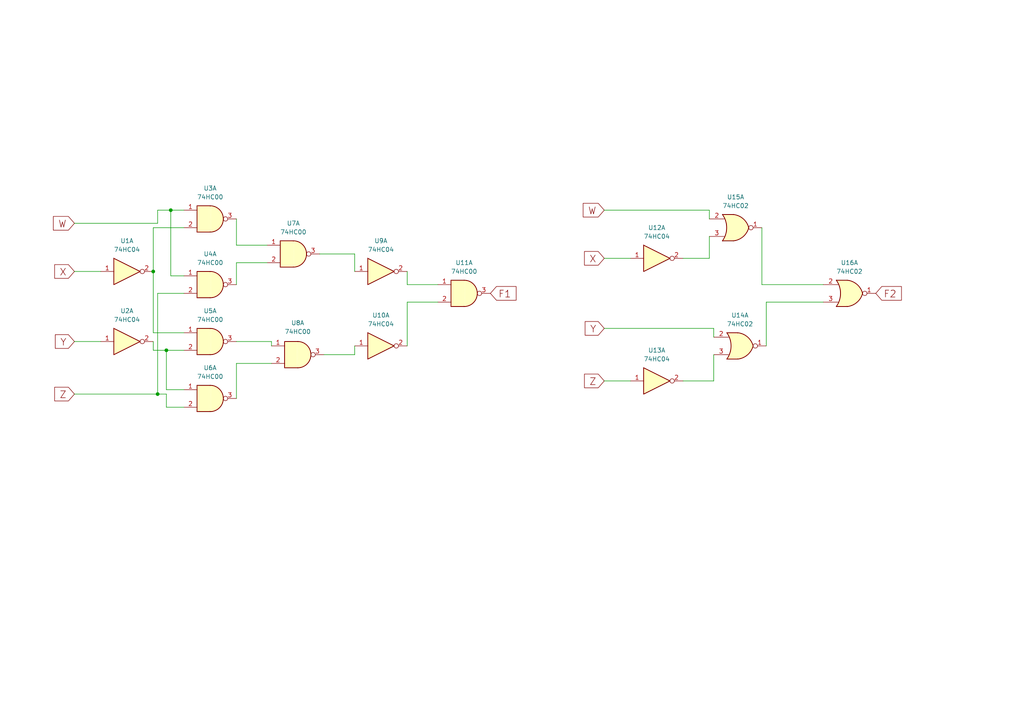
<source format=kicad_sch>
(kicad_sch (version 20211123) (generator eeschema)
  (paper "A4")
  (lib_symbols
    (symbol "74xx:74HC00" (pin_names (offset 1.016))
      (property "Reference" "U" (at 0 1.27 0))
      (property "Value" "74HC00" (at 0 -1.27 0))
      (symbol "74HC00_1_1"
        (arc (start 0 -3.81) (mid 3.81 0) (end 0 3.81) (stroke (width 0.254)) (fill (type background)))
        (polyline (pts (xy 0 3.81) (xy -3.81 3.81) (xy -3.81 -3.81) (xy 0 -3.81)) (stroke (width 0.254)) (fill (type background)))
        (pin input line (at -7.62 2.54 0) (length 3.81) (name "~") (number "1"))
        (pin input line (at -7.62 -2.54 0) (length 3.81) (name "~") (number "2"))
        (pin output inverted (at 7.62 0 180) (length 3.81) (name "~") (number "3"))
      )
      (symbol "74HC00_1_2"
        (arc (start -3.81 -3.81) (mid -2.589 0) (end -3.81 3.81) (stroke (width 0.254)))
        (arc (start -0.6096 -3.81) (mid 2.1842 -2.5851) (end 3.81 0) (stroke (width 0.254)) (fill (type background)))
        (polyline (pts (xy -3.81 -3.81) (xy -0.635 -3.81)) (stroke (width 0.254)) (fill (type background)))
        (polyline (pts (xy -3.81 3.81) (xy -0.635 3.81)) (stroke (width 0.254)) (fill (type background)))
        (polyline (pts (xy -0.635 3.81) (xy -3.81 3.81) (xy -3.81 3.81) (xy -3.556 3.4036) (xy -3.0226 2.2606) (xy -2.6924 1.0414) (xy -2.6162 -0.254) (xy -2.7686 -1.4986) (xy -3.175 -2.7178) (xy -3.81 -3.81) (xy -3.81 -3.81) (xy -0.635 -3.81)) (stroke (width -25.4)) (fill (type background)))
        (arc (start 3.81 0) (mid 2.1915 2.5936) (end -0.6096 3.81) (stroke (width 0.254)) (fill (type background)))
        (pin input inverted (at -7.62 2.54 0) (length 4.318) (name "~") (number "1"))
        (pin input inverted (at -7.62 -2.54 0) (length 4.318) (name "~") (number "2"))
        (pin output line (at 7.62 0 180) (length 3.81) (name "~") (number "3"))
      )
      (symbol "74HC00_2_1"
        (arc (start 0 -3.81) (mid 3.81 0) (end 0 3.81) (stroke (width 0.254)) (fill (type background)))
        (polyline (pts (xy 0 3.81) (xy -3.81 3.81) (xy -3.81 -3.81) (xy 0 -3.81)) (stroke (width 0.254)) (fill (type background)))
        (pin input line (at -7.62 2.54 0) (length 3.81) (name "~") (number "4"))
        (pin input line (at -7.62 -2.54 0) (length 3.81) (name "~") (number "5"))
        (pin output inverted (at 7.62 0 180) (length 3.81) (name "~") (number "6"))
      )
      (symbol "74HC00_2_2"
        (arc (start -3.81 -3.81) (mid -2.589 0) (end -3.81 3.81) (stroke (width 0.254)))
        (arc (start -0.6096 -3.81) (mid 2.1842 -2.5851) (end 3.81 0) (stroke (width 0.254)) (fill (type background)))
        (polyline (pts (xy -3.81 -3.81) (xy -0.635 -3.81)) (stroke (width 0.254)) (fill (type background)))
        (polyline (pts (xy -3.81 3.81) (xy -0.635 3.81)) (stroke (width 0.254)) (fill (type background)))
        (polyline (pts (xy -0.635 3.81) (xy -3.81 3.81) (xy -3.81 3.81) (xy -3.556 3.4036) (xy -3.0226 2.2606) (xy -2.6924 1.0414) (xy -2.6162 -0.254) (xy -2.7686 -1.4986) (xy -3.175 -2.7178) (xy -3.81 -3.81) (xy -3.81 -3.81) (xy -0.635 -3.81)) (stroke (width -25.4)) (fill (type background)))
        (arc (start 3.81 0) (mid 2.1915 2.5936) (end -0.6096 3.81) (stroke (width 0.254)) (fill (type background)))
        (pin input inverted (at -7.62 2.54 0) (length 4.318) (name "~") (number "4"))
        (pin input inverted (at -7.62 -2.54 0) (length 4.318) (name "~") (number "5"))
        (pin output line (at 7.62 0 180) (length 3.81) (name "~") (number "6"))
      )
      (symbol "74HC00_3_1"
        (arc (start 0 -3.81) (mid 3.81 0) (end 0 3.81) (stroke (width 0.254)) (fill (type background)))
        (polyline (pts (xy 0 3.81) (xy -3.81 3.81) (xy -3.81 -3.81) (xy 0 -3.81)) (stroke (width 0.254)) (fill (type background)))
        (pin input line (at -7.62 -2.54 0) (length 3.81) (name "~") (number "10"))
        (pin output inverted (at 7.62 0 180) (length 3.81) (name "~") (number "8"))
        (pin input line (at -7.62 2.54 0) (length 3.81) (name "~") (number "9"))
      )
      (symbol "74HC00_3_2"
        (arc (start -3.81 -3.81) (mid -2.589 0) (end -3.81 3.81) (stroke (width 0.254)))
        (arc (start -0.6096 -3.81) (mid 2.1842 -2.5851) (end 3.81 0) (stroke (width 0.254)) (fill (type background)))
        (polyline (pts (xy -3.81 -3.81) (xy -0.635 -3.81)) (stroke (width 0.254)) (fill (type background)))
        (polyline (pts (xy -3.81 3.81) (xy -0.635 3.81)) (stroke (width 0.254)) (fill (type background)))
        (polyline (pts (xy -0.635 3.81) (xy -3.81 3.81) (xy -3.81 3.81) (xy -3.556 3.4036) (xy -3.0226 2.2606) (xy -2.6924 1.0414) (xy -2.6162 -0.254) (xy -2.7686 -1.4986) (xy -3.175 -2.7178) (xy -3.81 -3.81) (xy -3.81 -3.81) (xy -0.635 -3.81)) (stroke (width -25.4)) (fill (type background)))
        (arc (start 3.81 0) (mid 2.1915 2.5936) (end -0.6096 3.81) (stroke (width 0.254)) (fill (type background)))
        (pin input inverted (at -7.62 -2.54 0) (length 4.318) (name "~") (number "10"))
        (pin output line (at 7.62 0 180) (length 3.81) (name "~") (number "8"))
        (pin input inverted (at -7.62 2.54 0) (length 4.318) (name "~") (number "9"))
      )
      (symbol "74HC00_4_1"
        (arc (start 0 -3.81) (mid 3.81 0) (end 0 3.81) (stroke (width 0.254)) (fill (type background)))
        (polyline (pts (xy 0 3.81) (xy -3.81 3.81) (xy -3.81 -3.81) (xy 0 -3.81)) (stroke (width 0.254)) (fill (type background)))
        (pin output inverted (at 7.62 0 180) (length 3.81) (name "~") (number "11"))
        (pin input line (at -7.62 2.54 0) (length 3.81) (name "~") (number "12"))
        (pin input line (at -7.62 -2.54 0) (length 3.81) (name "~") (number "13"))
      )
      (symbol "74HC00_4_2"
        (arc (start -3.81 -3.81) (mid -2.589 0) (end -3.81 3.81) (stroke (width 0.254)))
        (arc (start -0.6096 -3.81) (mid 2.1842 -2.5851) (end 3.81 0) (stroke (width 0.254)) (fill (type background)))
        (polyline (pts (xy -3.81 -3.81) (xy -0.635 -3.81)) (stroke (width 0.254)) (fill (type background)))
        (polyline (pts (xy -3.81 3.81) (xy -0.635 3.81)) (stroke (width 0.254)) (fill (type background)))
        (polyline (pts (xy -0.635 3.81) (xy -3.81 3.81) (xy -3.81 3.81) (xy -3.556 3.4036) (xy -3.0226 2.2606) (xy -2.6924 1.0414) (xy -2.6162 -0.254) (xy -2.7686 -1.4986) (xy -3.175 -2.7178) (xy -3.81 -3.81) (xy -3.81 -3.81) (xy -0.635 -3.81)) (stroke (width -25.4)) (fill (type background)))
        (arc (start 3.81 0) (mid 2.1915 2.5936) (end -0.6096 3.81) (stroke (width 0.254)) (fill (type background)))
        (pin output line (at 7.62 0 180) (length 3.81) (name "~") (number "11"))
        (pin input inverted (at -7.62 2.54 0) (length 4.318) (name "~") (number "12"))
        (pin input inverted (at -7.62 -2.54 0) (length 4.318) (name "~") (number "13"))
      )
      (symbol "74HC00_5_0"
        (pin power_in line (at 0 12.7 270) (length 5.08) (name "VCC") (number "14"))
        (pin power_in line (at 0 -12.7 90) (length 5.08) (name "GND") (number "7"))
      )
      (symbol "74HC00_5_1"
        (rectangle (start -5.08 7.62) (end 5.08 -7.62) (stroke (width 0.254)) (fill (type background)))
      )
    )
    (symbol "74xx:74HC02" (pin_names (offset 1.016))
      (property "Reference" "U" (at 0 1.27 0))
      (property "Value" "74HC02" (at 0 -1.27 0))
      (symbol "74HC02_1_1"
        (arc (start -3.81 -3.81) (mid -2.589 0) (end -3.81 3.81) (stroke (width 0.254)))
        (arc (start -0.6096 -3.81) (mid 2.1842 -2.5851) (end 3.81 0) (stroke (width 0.254)) (fill (type background)))
        (polyline (pts (xy -3.81 -3.81) (xy -0.635 -3.81)) (stroke (width 0.254)) (fill (type background)))
        (polyline (pts (xy -3.81 3.81) (xy -0.635 3.81)) (stroke (width 0.254)) (fill (type background)))
        (polyline (pts (xy -0.635 3.81) (xy -3.81 3.81) (xy -3.81 3.81) (xy -3.556 3.4036) (xy -3.0226 2.2606) (xy -2.6924 1.0414) (xy -2.6162 -0.254) (xy -2.7686 -1.4986) (xy -3.175 -2.7178) (xy -3.81 -3.81) (xy -3.81 -3.81) (xy -0.635 -3.81)) (stroke (width -25.4)) (fill (type background)))
        (arc (start 3.81 0) (mid 2.1915 2.5936) (end -0.6096 3.81) (stroke (width 0.254)) (fill (type background)))
        (pin output inverted (at 7.62 0 180) (length 3.81) (name "~") (number "1"))
        (pin input line (at -7.62 2.54 0) (length 4.318) (name "~") (number "2"))
        (pin input line (at -7.62 -2.54 0) (length 4.318) (name "~") (number "3"))
      )
      (symbol "74HC02_1_2"
        (arc (start 0 -3.81) (mid 3.81 0) (end 0 3.81) (stroke (width 0.254)) (fill (type background)))
        (polyline (pts (xy 0 3.81) (xy -3.81 3.81) (xy -3.81 -3.81) (xy 0 -3.81)) (stroke (width 0.254)) (fill (type background)))
        (pin output line (at 7.62 0 180) (length 3.81) (name "~") (number "1"))
        (pin input inverted (at -7.62 2.54 0) (length 3.81) (name "~") (number "2"))
        (pin input inverted (at -7.62 -2.54 0) (length 3.81) (name "~") (number "3"))
      )
      (symbol "74HC02_2_1"
        (arc (start -3.81 -3.81) (mid -2.589 0) (end -3.81 3.81) (stroke (width 0.254)))
        (arc (start -0.6096 -3.81) (mid 2.1842 -2.5851) (end 3.81 0) (stroke (width 0.254)) (fill (type background)))
        (polyline (pts (xy -3.81 -3.81) (xy -0.635 -3.81)) (stroke (width 0.254)) (fill (type background)))
        (polyline (pts (xy -3.81 3.81) (xy -0.635 3.81)) (stroke (width 0.254)) (fill (type background)))
        (polyline (pts (xy -0.635 3.81) (xy -3.81 3.81) (xy -3.81 3.81) (xy -3.556 3.4036) (xy -3.0226 2.2606) (xy -2.6924 1.0414) (xy -2.6162 -0.254) (xy -2.7686 -1.4986) (xy -3.175 -2.7178) (xy -3.81 -3.81) (xy -3.81 -3.81) (xy -0.635 -3.81)) (stroke (width -25.4)) (fill (type background)))
        (arc (start 3.81 0) (mid 2.1915 2.5936) (end -0.6096 3.81) (stroke (width 0.254)) (fill (type background)))
        (pin output inverted (at 7.62 0 180) (length 3.81) (name "~") (number "4"))
        (pin input line (at -7.62 2.54 0) (length 4.318) (name "~") (number "5"))
        (pin input line (at -7.62 -2.54 0) (length 4.318) (name "~") (number "6"))
      )
      (symbol "74HC02_2_2"
        (arc (start 0 -3.81) (mid 3.81 0) (end 0 3.81) (stroke (width 0.254)) (fill (type background)))
        (polyline (pts (xy 0 3.81) (xy -3.81 3.81) (xy -3.81 -3.81) (xy 0 -3.81)) (stroke (width 0.254)) (fill (type background)))
        (pin output line (at 7.62 0 180) (length 3.81) (name "~") (number "4"))
        (pin input inverted (at -7.62 2.54 0) (length 3.81) (name "~") (number "5"))
        (pin input inverted (at -7.62 -2.54 0) (length 3.81) (name "~") (number "6"))
      )
      (symbol "74HC02_3_1"
        (arc (start -3.81 -3.81) (mid -2.589 0) (end -3.81 3.81) (stroke (width 0.254)))
        (arc (start -0.6096 -3.81) (mid 2.1842 -2.5851) (end 3.81 0) (stroke (width 0.254)) (fill (type background)))
        (polyline (pts (xy -3.81 -3.81) (xy -0.635 -3.81)) (stroke (width 0.254)) (fill (type background)))
        (polyline (pts (xy -3.81 3.81) (xy -0.635 3.81)) (stroke (width 0.254)) (fill (type background)))
        (polyline (pts (xy -0.635 3.81) (xy -3.81 3.81) (xy -3.81 3.81) (xy -3.556 3.4036) (xy -3.0226 2.2606) (xy -2.6924 1.0414) (xy -2.6162 -0.254) (xy -2.7686 -1.4986) (xy -3.175 -2.7178) (xy -3.81 -3.81) (xy -3.81 -3.81) (xy -0.635 -3.81)) (stroke (width -25.4)) (fill (type background)))
        (arc (start 3.81 0) (mid 2.1915 2.5936) (end -0.6096 3.81) (stroke (width 0.254)) (fill (type background)))
        (pin output inverted (at 7.62 0 180) (length 3.81) (name "~") (number "10"))
        (pin input line (at -7.62 2.54 0) (length 4.318) (name "~") (number "8"))
        (pin input line (at -7.62 -2.54 0) (length 4.318) (name "~") (number "9"))
      )
      (symbol "74HC02_3_2"
        (arc (start 0 -3.81) (mid 3.81 0) (end 0 3.81) (stroke (width 0.254)) (fill (type background)))
        (polyline (pts (xy 0 3.81) (xy -3.81 3.81) (xy -3.81 -3.81) (xy 0 -3.81)) (stroke (width 0.254)) (fill (type background)))
        (pin output line (at 7.62 0 180) (length 3.81) (name "~") (number "10"))
        (pin input inverted (at -7.62 2.54 0) (length 3.81) (name "~") (number "8"))
        (pin input inverted (at -7.62 -2.54 0) (length 3.81) (name "~") (number "9"))
      )
      (symbol "74HC02_4_1"
        (arc (start -3.81 -3.81) (mid -2.589 0) (end -3.81 3.81) (stroke (width 0.254)))
        (arc (start -0.6096 -3.81) (mid 2.1842 -2.5851) (end 3.81 0) (stroke (width 0.254)) (fill (type background)))
        (polyline (pts (xy -3.81 -3.81) (xy -0.635 -3.81)) (stroke (width 0.254)) (fill (type background)))
        (polyline (pts (xy -3.81 3.81) (xy -0.635 3.81)) (stroke (width 0.254)) (fill (type background)))
        (polyline (pts (xy -0.635 3.81) (xy -3.81 3.81) (xy -3.81 3.81) (xy -3.556 3.4036) (xy -3.0226 2.2606) (xy -2.6924 1.0414) (xy -2.6162 -0.254) (xy -2.7686 -1.4986) (xy -3.175 -2.7178) (xy -3.81 -3.81) (xy -3.81 -3.81) (xy -0.635 -3.81)) (stroke (width -25.4)) (fill (type background)))
        (arc (start 3.81 0) (mid 2.1915 2.5936) (end -0.6096 3.81) (stroke (width 0.254)) (fill (type background)))
        (pin input line (at -7.62 2.54 0) (length 4.318) (name "~") (number "11"))
        (pin input line (at -7.62 -2.54 0) (length 4.318) (name "~") (number "12"))
        (pin output inverted (at 7.62 0 180) (length 3.81) (name "~") (number "13"))
      )
      (symbol "74HC02_4_2"
        (arc (start 0 -3.81) (mid 3.81 0) (end 0 3.81) (stroke (width 0.254)) (fill (type background)))
        (polyline (pts (xy 0 3.81) (xy -3.81 3.81) (xy -3.81 -3.81) (xy 0 -3.81)) (stroke (width 0.254)) (fill (type background)))
        (pin input inverted (at -7.62 2.54 0) (length 3.81) (name "~") (number "11"))
        (pin input inverted (at -7.62 -2.54 0) (length 3.81) (name "~") (number "12"))
        (pin output line (at 7.62 0 180) (length 3.81) (name "~") (number "13"))
      )
      (symbol "74HC02_5_0"
        (pin power_in line (at 0 12.7 270) (length 5.08) (name "VCC") (number "14"))
        (pin power_in line (at 0 -12.7 90) (length 5.08) (name "GND") (number "7"))
      )
      (symbol "74HC02_5_1"
        (rectangle (start -5.08 7.62) (end 5.08 -7.62) (stroke (width 0.254)) (fill (type background)))
      )
    )
    (symbol "74xx:74HC04"
      (property "Reference" "U" (at 0 1.27 0))
      (property "Value" "74HC04" (at 0 -1.27 0))
      (symbol "74HC04_1_0"
        (polyline (pts (xy -3.81 3.81) (xy -3.81 -3.81) (xy 3.81 0) (xy -3.81 3.81)) (stroke (width 0.254)) (fill (type background)))
        (pin input line (at -7.62 0 0) (length 3.81) (name "~") (number "1"))
        (pin output inverted (at 7.62 0 180) (length 3.81) (name "~") (number "2"))
      )
      (symbol "74HC04_2_0"
        (polyline (pts (xy -3.81 3.81) (xy -3.81 -3.81) (xy 3.81 0) (xy -3.81 3.81)) (stroke (width 0.254)) (fill (type background)))
        (pin input line (at -7.62 0 0) (length 3.81) (name "~") (number "3"))
        (pin output inverted (at 7.62 0 180) (length 3.81) (name "~") (number "4"))
      )
      (symbol "74HC04_3_0"
        (polyline (pts (xy -3.81 3.81) (xy -3.81 -3.81) (xy 3.81 0) (xy -3.81 3.81)) (stroke (width 0.254)) (fill (type background)))
        (pin input line (at -7.62 0 0) (length 3.81) (name "~") (number "5"))
        (pin output inverted (at 7.62 0 180) (length 3.81) (name "~") (number "6"))
      )
      (symbol "74HC04_4_0"
        (polyline (pts (xy -3.81 3.81) (xy -3.81 -3.81) (xy 3.81 0) (xy -3.81 3.81)) (stroke (width 0.254)) (fill (type background)))
        (pin output inverted (at 7.62 0 180) (length 3.81) (name "~") (number "8"))
        (pin input line (at -7.62 0 0) (length 3.81) (name "~") (number "9"))
      )
      (symbol "74HC04_5_0"
        (polyline (pts (xy -3.81 3.81) (xy -3.81 -3.81) (xy 3.81 0) (xy -3.81 3.81)) (stroke (width 0.254)) (fill (type background)))
        (pin output inverted (at 7.62 0 180) (length 3.81) (name "~") (number "10"))
        (pin input line (at -7.62 0 0) (length 3.81) (name "~") (number "11"))
      )
      (symbol "74HC04_6_0"
        (polyline (pts (xy -3.81 3.81) (xy -3.81 -3.81) (xy 3.81 0) (xy -3.81 3.81)) (stroke (width 0.254)) (fill (type background)))
        (pin output inverted (at 7.62 0 180) (length 3.81) (name "~") (number "12"))
        (pin input line (at -7.62 0 0) (length 3.81) (name "~") (number "13"))
      )
      (symbol "74HC04_7_0"
        (pin power_in line (at 0 12.7 270) (length 5.08) (name "VCC") (number "14"))
        (pin power_in line (at 0 -12.7 90) (length 5.08) (name "GND") (number "7"))
      )
      (symbol "74HC04_7_1"
        (rectangle (start -5.08 7.62) (end 5.08 -7.62) (stroke (width 0.254)) (fill (type background)))
      )
    )
  )
  (junction (at 48.26 101.6))
  (junction (at 45.72 114.3))
  (junction (at 49.53 60.96))
  (junction (at 44.45 78.74))
  (wire (pts (xy 205.74 74.93) (xy 205.74 68.58)))
  (wire (pts (xy 48.26 101.6) (xy 48.26 113.03)))
  (wire (pts (xy 220.98 66.04) (xy 220.98 82.55)))
  (wire (pts (xy 45.72 64.77) (xy 45.72 60.96)))
  (wire (pts (xy 21.59 114.3) (xy 45.72 114.3)))
  (wire (pts (xy 44.45 99.06) (xy 44.45 101.6)))
  (wire (pts (xy 21.59 78.74) (xy 29.21 78.74)))
  (wire (pts (xy 175.26 95.25) (xy 207.01 95.25)))
  (wire (pts (xy 49.53 60.96) (xy 53.34 60.96)))
  (wire (pts (xy 92.71 73.66) (xy 102.87 73.66)))
  (wire (pts (xy 175.26 74.93) (xy 182.88 74.93)))
  (wire (pts (xy 49.53 80.01) (xy 53.34 80.01)))
  (wire (pts (xy 48.26 101.6) (xy 53.34 101.6)))
  (wire (pts (xy 49.53 60.96) (xy 49.53 80.01)))
  (wire (pts (xy 45.72 60.96) (xy 49.53 60.96)))
  (wire (pts (xy 205.74 60.96) (xy 205.74 63.5)))
  (wire (pts (xy 21.59 64.77) (xy 45.72 64.77)))
  (wire (pts (xy 68.58 115.57) (xy 68.58 105.41)))
  (wire (pts (xy 45.72 114.3) (xy 45.72 85.09)))
  (wire (pts (xy 68.58 71.12) (xy 77.47 71.12)))
  (wire (pts (xy 118.11 100.33) (xy 118.11 87.63)))
  (wire (pts (xy 207.01 110.49) (xy 207.01 102.87)))
  (wire (pts (xy 102.87 73.66) (xy 102.87 78.74)))
  (wire (pts (xy 48.26 118.11) (xy 53.34 118.11)))
  (wire (pts (xy 45.72 114.3) (xy 48.26 114.3)))
  (wire (pts (xy 48.26 113.03) (xy 53.34 113.03)))
  (wire (pts (xy 175.26 60.96) (xy 205.74 60.96)))
  (wire (pts (xy 44.45 78.74) (xy 44.45 96.52)))
  (wire (pts (xy 102.87 102.87) (xy 102.87 100.33)))
  (wire (pts (xy 118.11 87.63) (xy 127 87.63)))
  (wire (pts (xy 222.25 100.33) (xy 222.25 87.63)))
  (wire (pts (xy 44.45 78.74) (xy 44.45 66.04)))
  (wire (pts (xy 68.58 99.06) (xy 78.74 99.06)))
  (wire (pts (xy 222.25 87.63) (xy 238.76 87.63)))
  (wire (pts (xy 68.58 63.5) (xy 68.58 71.12)))
  (wire (pts (xy 175.26 110.49) (xy 182.88 110.49)))
  (wire (pts (xy 44.45 66.04) (xy 53.34 66.04)))
  (wire (pts (xy 68.58 76.2) (xy 77.47 76.2)))
  (wire (pts (xy 93.98 102.87) (xy 102.87 102.87)))
  (wire (pts (xy 198.12 110.49) (xy 207.01 110.49)))
  (wire (pts (xy 207.01 95.25) (xy 207.01 97.79)))
  (wire (pts (xy 198.12 74.93) (xy 205.74 74.93)))
  (wire (pts (xy 220.98 82.55) (xy 238.76 82.55)))
  (wire (pts (xy 118.11 82.55) (xy 127 82.55)))
  (wire (pts (xy 45.72 85.09) (xy 53.34 85.09)))
  (wire (pts (xy 21.59 99.06) (xy 29.21 99.06)))
  (wire (pts (xy 78.74 99.06) (xy 78.74 100.33)))
  (wire (pts (xy 44.45 101.6) (xy 48.26 101.6)))
  (wire (pts (xy 118.11 78.74) (xy 118.11 82.55)))
  (wire (pts (xy 68.58 105.41) (xy 78.74 105.41)))
  (wire (pts (xy 68.58 82.55) (xy 68.58 76.2)))
  (wire (pts (xy 44.45 96.52) (xy 53.34 96.52)))
  (wire (pts (xy 48.26 114.3) (xy 48.26 118.11)))
  (global_label "X" (shape input) (at 21.59 78.74 180) (effects (font (size 2 2))) (property "Intersheet References" "${INTERSHEET_REFS}" (effects hide)))
  (global_label "Z" (shape input) (at 175.26 110.49 180) (effects (font (size 2 2))) (property "Intersheet References" "${INTERSHEET_REFS}" (effects hide)))
  (global_label "W" (shape input) (at 21.59 64.77 180) (effects (font (size 2 2))) (property "Intersheet References" "${INTERSHEET_REFS}" (effects hide)))
  (global_label "Z" (shape input) (at 21.59 114.3 180) (effects (font (size 2 2))) (property "Intersheet References" "${INTERSHEET_REFS}" (effects hide)))
  (global_label "W" (shape input) (at 175.26 60.96 180) (effects (font (size 2 2))) (property "Intersheet References" "${INTERSHEET_REFS}" (effects hide)))
  (global_label "Y" (shape input) (at 175.26 95.25 180) (effects (font (size 2 2))) (property "Intersheet References" "${INTERSHEET_REFS}" (effects hide)))
  (global_label "F2" (shape input) (at 254 85.09 0) (effects (font (size 2 2))) (property "Intersheet References" "${INTERSHEET_REFS}" (effects hide)))
  (global_label "X" (shape input) (at 175.26 74.93 180) (effects (font (size 2 2))) (property "Intersheet References" "${INTERSHEET_REFS}" (effects hide)))
  (global_label "F1" (shape input) (at 142.24 85.09 0) (effects (font (size 2 2))) (property "Intersheet References" "${INTERSHEET_REFS}" (effects hide)))
  (global_label "Y" (shape input) (at 21.59 99.06 180) (effects (font (size 2 2))) (property "Intersheet References" "${INTERSHEET_REFS}" (effects hide)))
  (symbol (lib_id "74xx:74HC00") (at 60.96 99.06 0) (unit 1)
    (property "Reference" "U5" (at 60.96 90.17 0))
    (property "Value" "74HC00" (at 60.96 92.71 0))
    (property "Datasheet" "http://www.ti.com/lit/gpn/sn74hc00" (effects hide))
  )
  (symbol (lib_id "74xx:74HC00") (at 86.36 102.87 0) (unit 1)
    (property "Reference" "U8" (at 86.36 93.6539 0))
    (property "Value" "74HC00" (at 86.36 96.1939 0))
    (property "Datasheet" "http://www.ti.com/lit/gpn/sn74hc00" (effects hide))
  )
  (symbol (lib_id "74xx:74HC04") (at 36.83 78.74 0) (unit 1)
    (property "Reference" "U1" (at 36.83 69.85 0))
    (property "Value" "74HC04" (at 36.83 72.39 0))
    (property "Datasheet" "https://assets.nexperia.com/documents/data-sheet/74HC_HCT04.pdf" (effects hide))
  )
  (symbol (lib_id "74xx:74HC00") (at 134.62 85.09 0) (unit 1)
    (property "Reference" "U11" (at 134.62 76.2 0))
    (property "Value" "74HC00" (at 134.62 78.74 0))
    (property "Datasheet" "http://www.ti.com/lit/gpn/sn74hc00" (effects hide))
  )
  (symbol (lib_id "74xx:74HC04") (at 190.5 74.93 0) (unit 1)
    (property "Reference" "U12" (at 190.5 66.04 0))
    (property "Value" "74HC04" (at 190.5 68.58 0))
    (property "Datasheet" "https://assets.nexperia.com/documents/data-sheet/74HC_HCT04.pdf" (effects hide))
  )
  (symbol (lib_id "74xx:74HC04") (at 110.49 100.33 0) (unit 1)
    (property "Reference" "U10" (at 110.49 91.44 0))
    (property "Value" "74HC04" (at 110.49 93.98 0))
    (property "Datasheet" "https://assets.nexperia.com/documents/data-sheet/74HC_HCT04.pdf" (effects hide))
  )
  (symbol (lib_id "74xx:74HC00") (at 85.09 73.66 0) (unit 1)
    (property "Reference" "U7" (at 85.09 64.77 0))
    (property "Value" "74HC00" (at 85.09 67.31 0))
    (property "Datasheet" "http://www.ti.com/lit/gpn/sn74hc00" (effects hide))
  )
  (symbol (lib_id "74xx:74HC04") (at 110.49 78.74 0) (unit 1)
    (property "Reference" "U9" (at 110.49 69.85 0))
    (property "Value" "74HC04" (at 110.49 72.39 0))
    (property "Datasheet" "https://assets.nexperia.com/documents/data-sheet/74HC_HCT04.pdf" (effects hide))
  )
  (symbol (lib_id "74xx:74HC00") (at 60.96 82.55 0) (unit 1)
    (property "Reference" "U4" (at 60.96 73.66 0))
    (property "Value" "74HC00" (at 60.96 76.2 0))
    (property "Datasheet" "http://www.ti.com/lit/gpn/sn74hc00" (effects hide))
  )
  (symbol (lib_id "74xx:74HC02") (at 214.63 100.33 0) (unit 1)
    (property "Reference" "U14" (at 214.63 91.44 0))
    (property "Value" "74HC02" (at 214.63 93.98 0))
    (property "Datasheet" "http://www.ti.com/lit/gpn/sn74hc02" (effects hide))
  )
  (symbol (lib_id "74xx:74HC04") (at 36.83 99.06 0) (unit 1)
    (property "Reference" "U2" (at 36.83 90.17 0))
    (property "Value" "74HC04" (at 36.83 92.71 0))
    (property "Datasheet" "https://assets.nexperia.com/documents/data-sheet/74HC_HCT04.pdf" (effects hide))
  )
  (symbol (lib_id "74xx:74HC02") (at 246.38 85.09 0) (unit 1)
    (property "Reference" "U16" (at 246.38 76.2 0))
    (property "Value" "74HC02" (at 246.38 78.74 0))
    (property "Datasheet" "http://www.ti.com/lit/gpn/sn74hc02" (effects hide))
  )
  (symbol (lib_id "74xx:74HC02") (at 213.36 66.04 0) (unit 1)
    (property "Reference" "U15" (at 213.36 57.15 0))
    (property "Value" "74HC02" (at 213.36 59.69 0))
    (property "Datasheet" "http://www.ti.com/lit/gpn/sn74hc02" (effects hide))
  )
  (symbol (lib_id "74xx:74HC04") (at 190.5 110.49 0) (unit 1)
    (property "Reference" "U13" (at 190.5 101.6 0))
    (property "Value" "74HC04" (at 190.5 104.14 0))
    (property "Datasheet" "https://assets.nexperia.com/documents/data-sheet/74HC_HCT04.pdf" (effects hide))
  )
  (symbol (lib_id "74xx:74HC00") (at 60.96 115.57 0) (unit 1)
    (property "Reference" "U6" (at 60.96 106.68 0))
    (property "Value" "74HC00" (at 60.96 109.22 0))
    (property "Datasheet" "http://www.ti.com/lit/gpn/sn74hc00" (effects hide))
  )
  (symbol (lib_id "74xx:74HC00") (at 60.96 63.5 0) (unit 1)
    (property "Reference" "U3" (at 60.96 54.61 0))
    (property "Value" "74HC00" (at 60.96 57.15 0))
    (property "Datasheet" "http://www.ti.com/lit/gpn/sn74hc00" (effects hide))
  )
)
</source>
